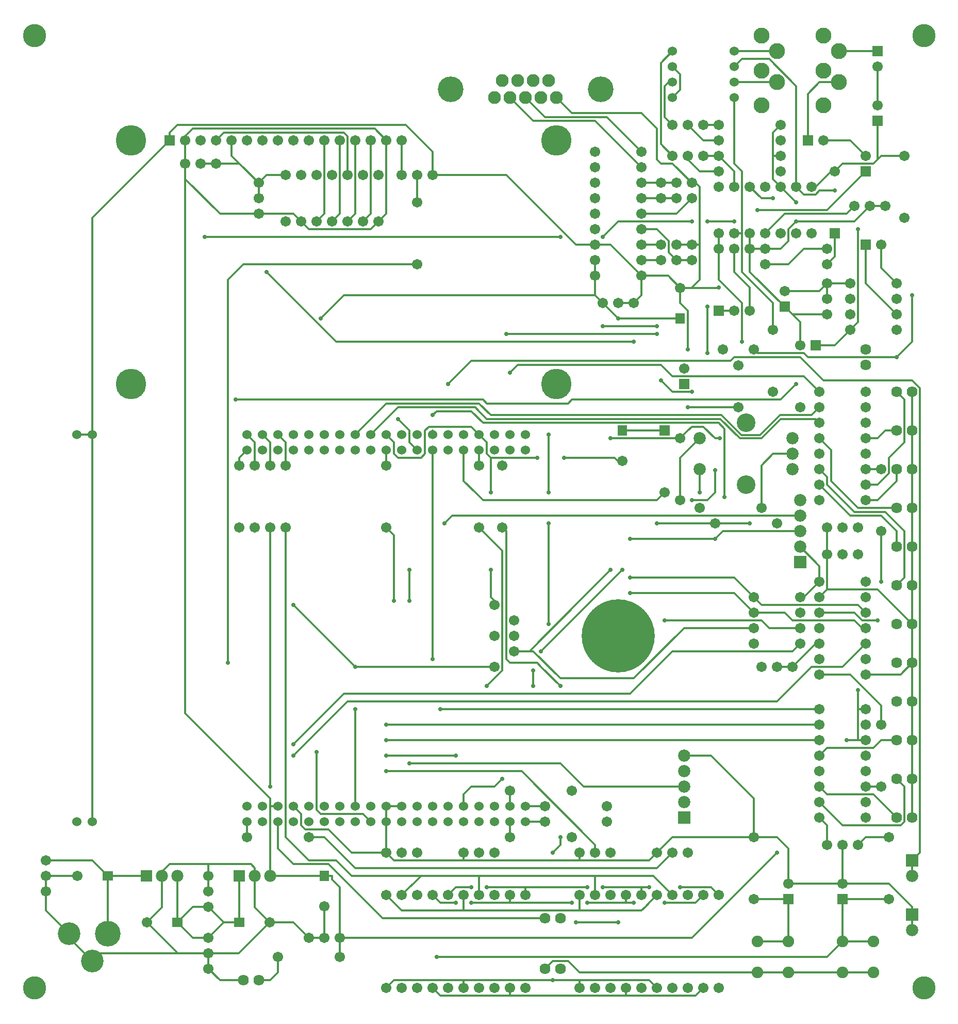
<source format=gbr>
G04 #@! TF.FileFunction,Copper,L2,Bot,Signal*
%FSLAX46Y46*%
G04 Gerber Fmt 4.6, Leading zero omitted, Abs format (unit mm)*
G04 Created by KiCad (PCBNEW 4.0.1-stable) date 05/03/17 04:52:38*
%MOMM*%
G01*
G04 APERTURE LIST*
%ADD10C,0.100000*%
%ADD11R,1.716000X1.716000*%
%ADD12C,1.716000*%
%ADD13C,5.000000*%
%ADD14C,12.000000*%
%ADD15C,2.116000*%
%ADD16C,4.216000*%
%ADD17R,1.554000X1.716000*%
%ADD18R,1.716000X1.554000*%
%ADD19R,2.016000X2.016000*%
%ADD20C,2.016000*%
%ADD21C,3.800000*%
%ADD22C,3.716000*%
%ADD23C,1.524000*%
%ADD24C,1.916000*%
%ADD25C,1.789000*%
%ADD26C,1.989000*%
%ADD27R,1.989000X1.989000*%
%ADD28C,2.616000*%
%ADD29C,3.062000*%
%ADD30C,0.700000*%
%ADD31C,0.304800*%
G04 APERTURE END LIST*
D10*
D11*
X43815000Y-41275000D03*
D12*
X46355000Y-41275000D03*
X48895000Y-41275000D03*
X51435000Y-41275000D03*
X53975000Y-41275000D03*
X56515000Y-41275000D03*
X59055000Y-41275000D03*
X61595000Y-41275000D03*
X64135000Y-41275000D03*
X66675000Y-41275000D03*
X69215000Y-41275000D03*
X71755000Y-41275000D03*
X74295000Y-41275000D03*
X76835000Y-41275000D03*
X79375000Y-41275000D03*
X81915000Y-41275000D03*
D13*
X37465000Y-41275000D03*
X37465000Y-81280000D03*
X107315000Y-81280000D03*
X107315000Y-41275000D03*
D12*
X158115000Y-100330000D03*
X158115000Y-97790000D03*
X158115000Y-95250000D03*
X158115000Y-92710000D03*
X158115000Y-90170000D03*
X158115000Y-87630000D03*
X158115000Y-85090000D03*
X158115000Y-82550000D03*
X150495000Y-82550000D03*
X150495000Y-85090000D03*
X150495000Y-87630000D03*
X150495000Y-90170000D03*
X150495000Y-92710000D03*
X150495000Y-95250000D03*
X150495000Y-97790000D03*
X150495000Y-100330000D03*
X158115000Y-152400000D03*
X158115000Y-149860000D03*
X158115000Y-147320000D03*
X158115000Y-144780000D03*
X158115000Y-142240000D03*
X158115000Y-139700000D03*
X158115000Y-137160000D03*
X158115000Y-134620000D03*
X150495000Y-134620000D03*
X150495000Y-137160000D03*
X150495000Y-139700000D03*
X150495000Y-142240000D03*
X150495000Y-144780000D03*
X150495000Y-147320000D03*
X150495000Y-149860000D03*
X150495000Y-152400000D03*
X163195000Y-72390000D03*
X163195000Y-69850000D03*
X163195000Y-67310000D03*
X163195000Y-64770000D03*
X155575000Y-64770000D03*
X155575000Y-67310000D03*
X155575000Y-69850000D03*
X155575000Y-72390000D03*
X133985000Y-56515000D03*
X136525000Y-56515000D03*
X139065000Y-56515000D03*
X141605000Y-56515000D03*
X144145000Y-56515000D03*
X146685000Y-56515000D03*
X149225000Y-56515000D03*
X149225000Y-48895000D03*
X146685000Y-48895000D03*
X144145000Y-48895000D03*
X141605000Y-48895000D03*
X139065000Y-48895000D03*
X136525000Y-48895000D03*
X133985000Y-48895000D03*
X78105000Y-46990000D03*
X75565000Y-46990000D03*
X73025000Y-46990000D03*
X70485000Y-46990000D03*
X67945000Y-46990000D03*
X65405000Y-46990000D03*
X62865000Y-46990000D03*
X62865000Y-54610000D03*
X65405000Y-54610000D03*
X67945000Y-54610000D03*
X70485000Y-54610000D03*
X73025000Y-54610000D03*
X75565000Y-54610000D03*
X78105000Y-54610000D03*
X121285000Y-63500000D03*
X121285000Y-60960000D03*
X121285000Y-58420000D03*
X121285000Y-55880000D03*
X121285000Y-53340000D03*
X121285000Y-50800000D03*
X121285000Y-48260000D03*
X121285000Y-45720000D03*
X121285000Y-43180000D03*
X113665000Y-43180000D03*
X113665000Y-45720000D03*
X113665000Y-48260000D03*
X113665000Y-50800000D03*
X113665000Y-53340000D03*
X113665000Y-55880000D03*
X113665000Y-58420000D03*
X113665000Y-60960000D03*
X113665000Y-63500000D03*
X158115000Y-128905000D03*
X158115000Y-126365000D03*
X158115000Y-123825000D03*
X158115000Y-121285000D03*
X158115000Y-118745000D03*
X158115000Y-116205000D03*
X158115000Y-113665000D03*
X150495000Y-113665000D03*
X150495000Y-116205000D03*
X150495000Y-118745000D03*
X150495000Y-121285000D03*
X150495000Y-123825000D03*
X150495000Y-126365000D03*
X150495000Y-128905000D03*
X147320000Y-123825000D03*
X147320000Y-121285000D03*
X147320000Y-118745000D03*
X147320000Y-116205000D03*
X139700000Y-116205000D03*
X139700000Y-118745000D03*
X139700000Y-121285000D03*
X139700000Y-123825000D03*
X123825000Y-180340000D03*
X126365000Y-180340000D03*
X128905000Y-180340000D03*
X131445000Y-180340000D03*
X133985000Y-180340000D03*
X133985000Y-165100000D03*
X131445000Y-165100000D03*
X128905000Y-165100000D03*
X126365000Y-165100000D03*
X123825000Y-165100000D03*
X111125000Y-180340000D03*
X113665000Y-180340000D03*
X116205000Y-180340000D03*
X118745000Y-180340000D03*
X121285000Y-180340000D03*
X121285000Y-165100000D03*
X118745000Y-165100000D03*
X116205000Y-165100000D03*
X113665000Y-165100000D03*
X111125000Y-165100000D03*
X92075000Y-180340000D03*
X94615000Y-180340000D03*
X97155000Y-180340000D03*
X99695000Y-180340000D03*
X102235000Y-180340000D03*
X102235000Y-165100000D03*
X99695000Y-165100000D03*
X97155000Y-165100000D03*
X94615000Y-165100000D03*
X92075000Y-165100000D03*
X79375000Y-180340000D03*
X81915000Y-180340000D03*
X84455000Y-180340000D03*
X86995000Y-180340000D03*
X89535000Y-180340000D03*
X89535000Y-165100000D03*
X86995000Y-165100000D03*
X84455000Y-165100000D03*
X81915000Y-165100000D03*
X79375000Y-165100000D03*
X71755000Y-175260000D03*
X61595000Y-175260000D03*
X151765000Y-59055000D03*
X141605000Y-59055000D03*
X151765000Y-61595000D03*
X141605000Y-61595000D03*
X133985000Y-43815000D03*
X144145000Y-43815000D03*
X144145000Y-46355000D03*
X133985000Y-46355000D03*
X164465000Y-53975000D03*
X164465000Y-43815000D03*
X139065000Y-69215000D03*
X139065000Y-59055000D03*
X136525000Y-69215000D03*
X136525000Y-59055000D03*
X133985000Y-38735000D03*
X144145000Y-38735000D03*
X144145000Y-41275000D03*
X133985000Y-41275000D03*
X142875000Y-72390000D03*
X142875000Y-82550000D03*
X94615000Y-104775000D03*
X94615000Y-94615000D03*
X161925000Y-165735000D03*
X161925000Y-155575000D03*
X139700000Y-165735000D03*
X139700000Y-155575000D03*
X56515000Y-155575000D03*
X66675000Y-155575000D03*
X55245000Y-94615000D03*
X55245000Y-104775000D03*
X57785000Y-94615000D03*
X57785000Y-104775000D03*
X79375000Y-94615000D03*
X79375000Y-104775000D03*
X60325000Y-94615000D03*
X60325000Y-104775000D03*
X62865000Y-94615000D03*
X62865000Y-104775000D03*
X98425000Y-94615000D03*
X98425000Y-104775000D03*
X105410000Y-153035000D03*
X115570000Y-153035000D03*
X99695000Y-155575000D03*
X109855000Y-155575000D03*
X99695000Y-147955000D03*
X109855000Y-147955000D03*
X105410000Y-150495000D03*
X115570000Y-150495000D03*
X133350000Y-104140000D03*
X143510000Y-104140000D03*
X127635000Y-100330000D03*
X127635000Y-90170000D03*
X130810000Y-101600000D03*
X140970000Y-101600000D03*
X137160000Y-85090000D03*
X147320000Y-85090000D03*
X84455000Y-61595000D03*
X84455000Y-51435000D03*
X160655000Y-105410000D03*
X160655000Y-95250000D03*
X160655000Y-137160000D03*
X160655000Y-147320000D03*
X139700000Y-75565000D03*
X137160000Y-78232000D03*
X134620000Y-75565000D03*
D14*
X117475000Y-122555000D03*
D12*
X97155000Y-122555000D03*
X97155000Y-127635000D03*
X97155000Y-117475000D03*
D15*
X102235000Y-34290000D03*
X99695000Y-34290000D03*
X97155000Y-34290000D03*
X104775000Y-34290000D03*
X107315000Y-34290000D03*
X106045000Y-31496000D03*
X103505000Y-31496000D03*
X100965000Y-31496000D03*
X98425000Y-31496000D03*
D16*
X89916000Y-32893000D03*
X114554000Y-32893000D03*
D11*
X153032460Y-56514480D03*
D12*
X153035000Y-46355000D03*
D11*
X133982460Y-69214480D03*
D12*
X133985000Y-59055000D03*
D11*
X125097540Y-88900520D03*
D12*
X125095000Y-99060000D03*
D11*
X144780000Y-68580000D03*
D12*
X144780000Y-66040000D03*
D11*
X149860000Y-74930000D03*
D12*
X147320000Y-74930000D03*
D11*
X158115000Y-58420000D03*
D12*
X160655000Y-58420000D03*
D11*
X160020000Y-26670000D03*
D12*
X160020000Y-29210000D03*
D11*
X160020000Y-38100000D03*
D12*
X160020000Y-35560000D03*
D11*
X148590000Y-41275000D03*
D12*
X151130000Y-41275000D03*
D11*
X158115000Y-46355000D03*
D12*
X158115000Y-43815000D03*
D11*
X154305000Y-165735000D03*
D12*
X154305000Y-163195000D03*
D11*
X145415000Y-165735000D03*
D12*
X145415000Y-163195000D03*
D11*
X128270000Y-81280000D03*
D12*
X128270000Y-78740000D03*
D17*
X127635000Y-70485000D03*
D12*
X127635000Y-65485000D03*
D18*
X33655000Y-161925000D03*
D12*
X28655000Y-161925000D03*
D18*
X45085000Y-169545000D03*
D12*
X40085000Y-169545000D03*
D18*
X55245000Y-169545000D03*
D12*
X60245000Y-169545000D03*
D17*
X69215000Y-161925000D03*
D12*
X69215000Y-166925000D03*
D17*
X118110000Y-88900000D03*
D12*
X118110000Y-93900000D03*
X84455000Y-46990000D03*
X86995000Y-46990000D03*
X81915000Y-46990000D03*
X81915000Y-158115000D03*
X79375000Y-158115000D03*
X84455000Y-158115000D03*
X94615000Y-158115000D03*
X92075000Y-158115000D03*
X97155000Y-158115000D03*
X113665000Y-158115000D03*
X111125000Y-158115000D03*
X116205000Y-158115000D03*
X126365000Y-158115000D03*
X123825000Y-158115000D03*
X128905000Y-158115000D03*
X128905000Y-38735000D03*
X131445000Y-38735000D03*
X126365000Y-38735000D03*
X128905000Y-43815000D03*
X131445000Y-43815000D03*
X126365000Y-43815000D03*
X100330000Y-125095000D03*
X100330000Y-122555000D03*
X100330000Y-120015000D03*
X140970000Y-127635000D03*
X143510000Y-127635000D03*
X146050000Y-127635000D03*
X114935000Y-67945000D03*
X117475000Y-67945000D03*
X120015000Y-67945000D03*
X124460000Y-58420000D03*
X127000000Y-58420000D03*
X129540000Y-58420000D03*
X129540000Y-48260000D03*
X127000000Y-48260000D03*
X124460000Y-48260000D03*
X124460000Y-60960000D03*
X127000000Y-60960000D03*
X129540000Y-60960000D03*
X23495000Y-159385000D03*
X23495000Y-161925000D03*
X23495000Y-164465000D03*
X156210000Y-52070000D03*
X158750000Y-52070000D03*
X161290000Y-52070000D03*
X50165000Y-167005000D03*
X50165000Y-164465000D03*
X50165000Y-161925000D03*
X151765000Y-69850000D03*
X151765000Y-67310000D03*
X151765000Y-64770000D03*
X50165000Y-172085000D03*
X50165000Y-174625000D03*
X50165000Y-177165000D03*
X151765000Y-156845000D03*
X154305000Y-156845000D03*
X156845000Y-156845000D03*
X151765000Y-109220000D03*
X154305000Y-109220000D03*
X156845000Y-109220000D03*
X151765000Y-104775000D03*
X154305000Y-104775000D03*
X156845000Y-104775000D03*
X46355000Y-45085000D03*
X48895000Y-45085000D03*
X51435000Y-45085000D03*
X58420000Y-53340000D03*
X58420000Y-50800000D03*
X58420000Y-48260000D03*
X71755000Y-172085000D03*
X69215000Y-172085000D03*
X66675000Y-172085000D03*
X129540000Y-50800000D03*
X127000000Y-50800000D03*
X124460000Y-50800000D03*
D19*
X165735000Y-168275000D03*
D20*
X165735000Y-170815000D03*
D19*
X165735000Y-159385000D03*
D20*
X165735000Y-161925000D03*
D19*
X147320000Y-110490000D03*
D20*
X147320000Y-107950000D03*
X147320000Y-105410000D03*
X147320000Y-102870000D03*
X147320000Y-100330000D03*
D19*
X128270000Y-152400000D03*
D20*
X128270000Y-149860000D03*
X128270000Y-147320000D03*
X128270000Y-144780000D03*
X128270000Y-142240000D03*
D21*
X21590000Y-24130000D03*
X21590000Y-180340000D03*
X167640000Y-180340000D03*
X167640000Y-24130000D03*
D16*
X33655000Y-171450000D03*
D22*
X27305000Y-171450000D03*
X31115000Y-175895000D03*
D23*
X59055000Y-153035000D03*
X61595000Y-153035000D03*
X64135000Y-153035000D03*
X66675000Y-153035000D03*
X69215000Y-153035000D03*
X71755000Y-153035000D03*
X74295000Y-153035000D03*
X76835000Y-153035000D03*
X79375000Y-153035000D03*
X81915000Y-153035000D03*
X84455000Y-153035000D03*
X86995000Y-153035000D03*
X89535000Y-153035000D03*
X92075000Y-153035000D03*
X94615000Y-153035000D03*
X97155000Y-153035000D03*
X99695000Y-153035000D03*
X102235000Y-153035000D03*
X102235000Y-150495000D03*
X99695000Y-150495000D03*
X97155000Y-150495000D03*
X94615000Y-150495000D03*
X92075000Y-150495000D03*
X89535000Y-150495000D03*
X86995000Y-150495000D03*
X84455000Y-150495000D03*
X81915000Y-150495000D03*
X79375000Y-150495000D03*
X76835000Y-150495000D03*
X74295000Y-150495000D03*
X71755000Y-150495000D03*
X69215000Y-150495000D03*
X66675000Y-150495000D03*
X64135000Y-150495000D03*
X61595000Y-150495000D03*
X59055000Y-150495000D03*
X56515000Y-150495000D03*
X56515000Y-153035000D03*
X56515000Y-92075000D03*
X56515000Y-89535000D03*
X59055000Y-89535000D03*
X61595000Y-89535000D03*
X64135000Y-89535000D03*
X66675000Y-89535000D03*
X69215000Y-89535000D03*
X71755000Y-89535000D03*
X74295000Y-89535000D03*
X76835000Y-89535000D03*
X79375000Y-89535000D03*
X81915000Y-89535000D03*
X84455000Y-89535000D03*
X86995000Y-89535000D03*
X89535000Y-89535000D03*
X92075000Y-89535000D03*
X94615000Y-89535000D03*
X97155000Y-89535000D03*
X99695000Y-89535000D03*
X102235000Y-89535000D03*
X102235000Y-92075000D03*
X99695000Y-92075000D03*
X97155000Y-92075000D03*
X94615000Y-92075000D03*
X92075000Y-92075000D03*
X89535000Y-92075000D03*
X86995000Y-92075000D03*
X84455000Y-92075000D03*
X81915000Y-92075000D03*
X79375000Y-92075000D03*
X76835000Y-92075000D03*
X74295000Y-92075000D03*
X71755000Y-92075000D03*
X69215000Y-92075000D03*
X66675000Y-92075000D03*
X64135000Y-92075000D03*
X61595000Y-92075000D03*
X59055000Y-92075000D03*
X31115000Y-153035000D03*
X28575000Y-153035000D03*
X31115000Y-89535000D03*
X28575000Y-89535000D03*
X126365000Y-26670000D03*
X126365000Y-29210000D03*
X136525000Y-29210000D03*
X136525000Y-26670000D03*
X126365000Y-31750000D03*
X126365000Y-34290000D03*
X136525000Y-34290000D03*
X136525000Y-31750000D03*
D24*
X154305000Y-177800000D03*
X154305000Y-172720000D03*
X159385000Y-172720000D03*
X159385000Y-177800000D03*
X140335000Y-177800000D03*
X140335000Y-172720000D03*
X145415000Y-172720000D03*
X145415000Y-177800000D03*
D25*
X158115000Y-78105000D03*
X158115000Y-75565000D03*
X107950000Y-177165000D03*
X105410000Y-177165000D03*
X107950000Y-168910000D03*
X105410000Y-168910000D03*
X163195000Y-152400000D03*
X165735000Y-152400000D03*
X163195000Y-146050000D03*
X165735000Y-146050000D03*
X163195000Y-139700000D03*
X165735000Y-139700000D03*
X163195000Y-133350000D03*
X165735000Y-133350000D03*
X163195000Y-127000000D03*
X165735000Y-127000000D03*
X163195000Y-120650000D03*
X165735000Y-120650000D03*
X163195000Y-114300000D03*
X165735000Y-114300000D03*
X163195000Y-107950000D03*
X165735000Y-107950000D03*
X163195000Y-101600000D03*
X165735000Y-101600000D03*
X163195000Y-95250000D03*
X165735000Y-95250000D03*
X163195000Y-88900000D03*
X165735000Y-88900000D03*
X163195000Y-82550000D03*
X165735000Y-82550000D03*
X55880000Y-179070000D03*
X58420000Y-179070000D03*
D26*
X42545000Y-161925000D03*
D27*
X40005000Y-161925000D03*
D26*
X45085000Y-161925000D03*
X57785000Y-161925000D03*
D27*
X55245000Y-161925000D03*
D26*
X60325000Y-161925000D03*
D28*
X151130000Y-29845000D03*
X151130000Y-24130000D03*
X151130000Y-35560000D03*
X153670000Y-26670000D03*
X153670000Y-31750000D03*
X140970000Y-29845000D03*
X140970000Y-24130000D03*
X140970000Y-35560000D03*
X143510000Y-26670000D03*
X143510000Y-31750000D03*
D20*
X130810000Y-90170000D03*
X130810000Y-95250000D03*
X146050000Y-90170000D03*
X146050000Y-92710000D03*
X146050000Y-95250000D03*
D29*
X138430000Y-87630000D03*
X138430000Y-97790000D03*
D30*
X68580000Y-70485000D03*
X123825000Y-104140000D03*
X139065000Y-104140000D03*
X129540000Y-82550000D03*
X124460000Y-80645000D03*
X117475000Y-70485000D03*
X74295000Y-127635000D03*
X64135000Y-117475000D03*
X116205000Y-111760000D03*
X74295000Y-134620000D03*
X96520000Y-111760000D03*
X108585000Y-93345000D03*
X104140000Y-93345000D03*
X128905000Y-75565000D03*
X133985000Y-65405000D03*
X96520000Y-99060000D03*
X146685000Y-54610000D03*
X146685000Y-51435000D03*
X154940000Y-139700000D03*
X156845000Y-131445000D03*
X130810000Y-99060000D03*
X134874000Y-99822000D03*
X86995000Y-86360000D03*
X87630000Y-175260000D03*
X140335000Y-52705000D03*
X137795000Y-74295000D03*
X146685000Y-81280000D03*
X54610000Y-83820000D03*
X49530000Y-57150000D03*
X129540000Y-54610000D03*
X107950000Y-57150000D03*
X114935000Y-57150000D03*
X136525000Y-54610000D03*
X132080000Y-54610000D03*
X156845000Y-55880000D03*
X165735000Y-66675000D03*
X163195000Y-76835000D03*
X143510000Y-158115000D03*
X128905000Y-85090000D03*
X89535000Y-81280000D03*
X133350000Y-106680000D03*
X119380000Y-106680000D03*
X83185000Y-116840000D03*
X83185000Y-111760000D03*
X83185000Y-143510000D03*
X88900000Y-104140000D03*
X59690000Y-62865000D03*
X120015000Y-74295000D03*
X95885000Y-130810000D03*
X153035000Y-49530000D03*
X80645000Y-116840000D03*
X79375000Y-142240000D03*
X90805000Y-142240000D03*
X79375000Y-144780000D03*
X160020000Y-120015000D03*
X160655000Y-113665000D03*
X67945000Y-141605000D03*
X53340000Y-127000000D03*
X134112000Y-90170000D03*
X116205000Y-90170000D03*
X125095000Y-166370000D03*
X120015000Y-166370000D03*
X112395000Y-166370000D03*
X109855000Y-166370000D03*
X93345000Y-166370000D03*
X90805000Y-166370000D03*
X127635000Y-163830000D03*
X122555000Y-163830000D03*
X114935000Y-163830000D03*
X112395000Y-163830000D03*
X95885000Y-163830000D03*
X93345000Y-163830000D03*
X110490000Y-169545000D03*
X117475000Y-169545000D03*
X107950000Y-130810000D03*
X106680000Y-179070000D03*
X107950000Y-155575000D03*
X106680000Y-158115000D03*
X60325000Y-147320000D03*
X106045000Y-89535000D03*
X106045000Y-99060000D03*
X98425000Y-146050000D03*
X103505000Y-128270000D03*
X103505000Y-130810000D03*
X106045000Y-120650000D03*
X106045000Y-104140000D03*
X123825000Y-71755000D03*
X114935000Y-71755000D03*
X99060000Y-73025000D03*
X123825000Y-73025000D03*
X64135000Y-140335000D03*
X125095000Y-120015000D03*
X119380000Y-113030000D03*
X119380000Y-115570000D03*
X64135000Y-142240000D03*
X81280000Y-86995000D03*
X104775000Y-125095000D03*
X133350000Y-95380198D03*
X129540000Y-100330000D03*
X118110000Y-111760000D03*
X132080000Y-68580000D03*
X132080000Y-76200000D03*
X142875000Y-50800000D03*
X86995000Y-126365000D03*
X88265000Y-134620000D03*
X79375000Y-137160000D03*
X79375000Y-139700000D03*
X99695000Y-79375000D03*
D31*
X72390000Y-66675000D02*
X113665000Y-66675000D01*
X68580000Y-70485000D02*
X72390000Y-66675000D01*
X133350000Y-104140000D02*
X123825000Y-104140000D01*
X139065000Y-104140000D02*
X133350000Y-104140000D01*
X126365000Y-82550000D02*
X129540000Y-82550000D01*
X126365000Y-82550000D02*
X124460000Y-80645000D01*
X77470000Y-127635000D02*
X74295000Y-127635000D01*
X74295000Y-127635000D02*
X64135000Y-117475000D01*
X111125000Y-116840000D02*
X102870000Y-125095000D01*
X116205000Y-111760000D02*
X111125000Y-116840000D01*
X84455000Y-127635000D02*
X97155000Y-127635000D01*
X114300000Y-129540000D02*
X107950000Y-129540000D01*
X107950000Y-129540000D02*
X103505000Y-125095000D01*
X139700000Y-121285000D02*
X128270000Y-121285000D01*
X128270000Y-121285000D02*
X120015000Y-129540000D01*
X102870000Y-125095000D02*
X103505000Y-125095000D01*
X114300000Y-129540000D02*
X120015000Y-129540000D01*
X100330000Y-125095000D02*
X102870000Y-125095000D01*
X77470000Y-127635000D02*
X84455000Y-127635000D01*
X74295000Y-150495000D02*
X74295000Y-134620000D01*
X105410000Y-168910000D02*
X78740000Y-168910000D01*
X61595000Y-157480000D02*
X61595000Y-153035000D01*
X64135000Y-160020000D02*
X61595000Y-157480000D01*
X69850000Y-160020000D02*
X64135000Y-160020000D01*
X78740000Y-168910000D02*
X69850000Y-160020000D01*
X105410000Y-177165000D02*
X106680000Y-175895000D01*
X109220000Y-175895000D02*
X111125000Y-177800000D01*
X106680000Y-175895000D02*
X109220000Y-175895000D01*
X111125000Y-177800000D02*
X140335000Y-177800000D01*
X127635000Y-100330000D02*
X127635000Y-93345000D01*
X127635000Y-93345000D02*
X130810000Y-90170000D01*
X140335000Y-177800000D02*
X145415000Y-177800000D01*
X145415000Y-177800000D02*
X154305000Y-177800000D01*
X154305000Y-177800000D02*
X159385000Y-177800000D01*
X114935000Y-67945000D02*
X117475000Y-70485000D01*
X117475000Y-70485000D02*
X127635000Y-70485000D01*
X113665000Y-60960000D02*
X113665000Y-63500000D01*
X113665000Y-63500000D02*
X113665000Y-66675000D01*
X113665000Y-66675000D02*
X114935000Y-67945000D01*
X140970000Y-101600000D02*
X140970000Y-99060000D01*
X140970000Y-94615000D02*
X142875000Y-92710000D01*
X142875000Y-92710000D02*
X146050000Y-92710000D01*
X140970000Y-99060000D02*
X140970000Y-94615000D01*
X31115000Y-89535000D02*
X31115000Y-53975000D01*
X31115000Y-53975000D02*
X43815000Y-41275000D01*
X43815000Y-41275000D02*
X43815000Y-40005000D01*
X43815000Y-40005000D02*
X45085000Y-38735000D01*
X45085000Y-38735000D02*
X82550000Y-38735000D01*
X82550000Y-38735000D02*
X86995000Y-43180000D01*
X86995000Y-43180000D02*
X86995000Y-46990000D01*
X86995000Y-46990000D02*
X99060000Y-46990000D01*
X110490000Y-58420000D02*
X113665000Y-58420000D01*
X99060000Y-46990000D02*
X110490000Y-58420000D01*
X53975000Y-41275000D02*
X53975000Y-43815000D01*
X53975000Y-43815000D02*
X55245000Y-45085000D01*
X48895000Y-45085000D02*
X51435000Y-45085000D01*
X58420000Y-50800000D02*
X58420000Y-48260000D01*
X58420000Y-48260000D02*
X55245000Y-45085000D01*
X55245000Y-45085000D02*
X51435000Y-45085000D01*
X62865000Y-46990000D02*
X59690000Y-46990000D01*
X59690000Y-46990000D02*
X58420000Y-48260000D01*
X161290000Y-163195000D02*
X161925000Y-163195000D01*
X161925000Y-163195000D02*
X165735000Y-167005000D01*
X130730000Y-65485000D02*
X133905000Y-65485000D01*
X133905000Y-65485000D02*
X133985000Y-65405000D01*
X107315000Y-34290000D02*
X109855000Y-36830000D01*
X109855000Y-36830000D02*
X113665000Y-36830000D01*
X103505000Y-93345000D02*
X104140000Y-93345000D01*
X128905000Y-69215000D02*
X128905000Y-75565000D01*
X129540000Y-65485000D02*
X130730000Y-65485000D01*
X129540000Y-65485000D02*
X129460000Y-65485000D01*
X127635000Y-65485000D02*
X129460000Y-65485000D01*
X129460000Y-65485000D02*
X130810000Y-64135000D01*
X128905000Y-69215000D02*
X127635000Y-67945000D01*
X127635000Y-67945000D02*
X127635000Y-65485000D01*
X96520000Y-98425000D02*
X96520000Y-99060000D01*
X96520000Y-93345000D02*
X96520000Y-98425000D01*
X96520000Y-116205000D02*
X97155000Y-116840000D01*
X96520000Y-111760000D02*
X96520000Y-116205000D01*
X97155000Y-116840000D02*
X97155000Y-117475000D01*
X95885000Y-92710000D02*
X96520000Y-93345000D01*
X94615000Y-89535000D02*
X95885000Y-90805000D01*
X116840000Y-93345000D02*
X117395000Y-93900000D01*
X108585000Y-93345000D02*
X116840000Y-93345000D01*
X96520000Y-93345000D02*
X103505000Y-93345000D01*
X95885000Y-90805000D02*
X95885000Y-92710000D01*
X117395000Y-93900000D02*
X118110000Y-93900000D01*
X94615000Y-89535000D02*
X93345000Y-88265000D01*
X85725000Y-88900000D02*
X85725000Y-91440000D01*
X86360000Y-88265000D02*
X85725000Y-88900000D01*
X93345000Y-88265000D02*
X86360000Y-88265000D01*
X79375000Y-89535000D02*
X80645000Y-90805000D01*
X85725000Y-92710000D02*
X85725000Y-91440000D01*
X85090000Y-93345000D02*
X85725000Y-92710000D01*
X81280000Y-93345000D02*
X85090000Y-93345000D01*
X80645000Y-92710000D02*
X81280000Y-93345000D01*
X80645000Y-90805000D02*
X80645000Y-92710000D01*
X129540000Y-58420000D02*
X130810000Y-58420000D01*
X130810000Y-57150000D02*
X130810000Y-58420000D01*
X130810000Y-58420000D02*
X130810000Y-64135000D01*
X123825000Y-158115000D02*
X126365000Y-155575000D01*
X126365000Y-155575000D02*
X139700000Y-155575000D01*
X158750000Y-52070000D02*
X161290000Y-52070000D01*
X146685000Y-54610000D02*
X156210000Y-54610000D01*
X156210000Y-54610000D02*
X158750000Y-52070000D01*
X144145000Y-48895000D02*
X146685000Y-51435000D01*
X146685000Y-54610000D02*
X145415000Y-55880000D01*
X144145000Y-59055000D02*
X141605000Y-59055000D01*
X145415000Y-55880000D02*
X145415000Y-57785000D01*
X145415000Y-57785000D02*
X144145000Y-59055000D01*
X31115000Y-89535000D02*
X31115000Y-153035000D01*
X128270000Y-142240000D02*
X132715000Y-142240000D01*
X132715000Y-142240000D02*
X139700000Y-149225000D01*
X139700000Y-149225000D02*
X139700000Y-155575000D01*
X143510000Y-127635000D02*
X146050000Y-127635000D01*
X146050000Y-127635000D02*
X149860000Y-123825000D01*
X149860000Y-123825000D02*
X150495000Y-123825000D01*
X79375000Y-158115000D02*
X73660000Y-158115000D01*
X65405000Y-151765000D02*
X64135000Y-150495000D01*
X65405000Y-153670000D02*
X65405000Y-151765000D01*
X66040000Y-154305000D02*
X65405000Y-153670000D01*
X69850000Y-154305000D02*
X66040000Y-154305000D01*
X73660000Y-158115000D02*
X69850000Y-154305000D01*
X154305000Y-163195000D02*
X154305000Y-162560000D01*
X154305000Y-162560000D02*
X154305000Y-161290000D01*
X165735000Y-170815000D02*
X165735000Y-168275000D01*
X165735000Y-168275000D02*
X165735000Y-167005000D01*
X161290000Y-163195000D02*
X154305000Y-163195000D01*
X147320000Y-107950000D02*
X150495000Y-111125000D01*
X150495000Y-111125000D02*
X150495000Y-113665000D01*
X50165000Y-177165000D02*
X52070000Y-179070000D01*
X52070000Y-179070000D02*
X55880000Y-179070000D01*
X147320000Y-116205000D02*
X147955000Y-116205000D01*
X147955000Y-116205000D02*
X150495000Y-113665000D01*
X79375000Y-158115000D02*
X79375000Y-153035000D01*
X111125000Y-158115000D02*
X111125000Y-159385000D01*
X92075000Y-158115000D02*
X92075000Y-159385000D01*
X123825000Y-158115000D02*
X122555000Y-159385000D01*
X80645000Y-159385000D02*
X79375000Y-158115000D01*
X122555000Y-159385000D02*
X111125000Y-159385000D01*
X111125000Y-159385000D02*
X92075000Y-159385000D01*
X92075000Y-159385000D02*
X80645000Y-159385000D01*
X139700000Y-155575000D02*
X143510000Y-155575000D01*
X143510000Y-155575000D02*
X145415000Y-157480000D01*
X145415000Y-157480000D02*
X145415000Y-163195000D01*
X154305000Y-163195000D02*
X145415000Y-163195000D01*
X154305000Y-156845000D02*
X154305000Y-161290000D01*
X154305000Y-161290000D02*
X154305000Y-163195000D01*
X161925000Y-155575000D02*
X158115000Y-155575000D01*
X158115000Y-155575000D02*
X156845000Y-156845000D01*
X31115000Y-89535000D02*
X28575000Y-89535000D01*
X69215000Y-166925000D02*
X69215000Y-172085000D01*
X69215000Y-172085000D02*
X66675000Y-172085000D01*
X66675000Y-172085000D02*
X64135000Y-169545000D01*
X64135000Y-169545000D02*
X60245000Y-169545000D01*
X34925000Y-174625000D02*
X32385000Y-174625000D01*
X32385000Y-174625000D02*
X31115000Y-175895000D01*
X45165000Y-174625000D02*
X35005000Y-174625000D01*
X35005000Y-174625000D02*
X34925000Y-174625000D01*
X57785000Y-161925000D02*
X57785000Y-167085000D01*
X57785000Y-167085000D02*
X60245000Y-169545000D01*
X57785000Y-161925000D02*
X57785000Y-160655000D01*
X57150000Y-160020000D02*
X50165000Y-160020000D01*
X57785000Y-160655000D02*
X57150000Y-160020000D01*
X50165000Y-161925000D02*
X50165000Y-160020000D01*
X43815000Y-160020000D02*
X42545000Y-161290000D01*
X50165000Y-160020000D02*
X43815000Y-160020000D01*
X42545000Y-161290000D02*
X42545000Y-161925000D01*
X50165000Y-174625000D02*
X55165000Y-174625000D01*
X55165000Y-174625000D02*
X60245000Y-169545000D01*
X50165000Y-174625000D02*
X45165000Y-174625000D01*
X45165000Y-174625000D02*
X40085000Y-169545000D01*
X50165000Y-174625000D02*
X50165000Y-177165000D01*
X50165000Y-164465000D02*
X50165000Y-161925000D01*
X42545000Y-161925000D02*
X42545000Y-167085000D01*
X42545000Y-167085000D02*
X40085000Y-169545000D01*
X23495000Y-164465000D02*
X23495000Y-167640000D01*
X23495000Y-167640000D02*
X27305000Y-171450000D01*
X27305000Y-171450000D02*
X27305000Y-172085000D01*
X27305000Y-172085000D02*
X31115000Y-175895000D01*
X23495000Y-164465000D02*
X23495000Y-161925000D01*
X23495000Y-161925000D02*
X28655000Y-161925000D01*
X121285000Y-63500000D02*
X125650000Y-63500000D01*
X125650000Y-63500000D02*
X127635000Y-65485000D01*
X125730000Y-45085000D02*
X124460000Y-45085000D01*
X123825000Y-44450000D02*
X123825000Y-42545000D01*
X124460000Y-45085000D02*
X123825000Y-44450000D01*
X113665000Y-36830000D02*
X121285000Y-36830000D01*
X121285000Y-36830000D02*
X123825000Y-39370000D01*
X123825000Y-39370000D02*
X123825000Y-42545000D01*
X126365000Y-45085000D02*
X129540000Y-48260000D01*
X125730000Y-45085000D02*
X126365000Y-45085000D01*
X113665000Y-58420000D02*
X116205000Y-58420000D01*
X116205000Y-58420000D02*
X121285000Y-63500000D01*
X117475000Y-67945000D02*
X120015000Y-67945000D01*
X119935000Y-68025000D02*
X120015000Y-67945000D01*
X121285000Y-63500000D02*
X121285000Y-66675000D01*
X121285000Y-66675000D02*
X120015000Y-67945000D01*
X129540000Y-48260000D02*
X130175000Y-48260000D01*
X130175000Y-48260000D02*
X130810000Y-48895000D01*
X130810000Y-48895000D02*
X130810000Y-57150000D01*
X127000000Y-58420000D02*
X129540000Y-58420000D01*
X139065000Y-59055000D02*
X139065000Y-62865000D01*
X139065000Y-62865000D02*
X144780000Y-68580000D01*
X156845000Y-138430000D02*
X156845000Y-139700000D01*
X154940000Y-139700000D02*
X156845000Y-139700000D01*
X156845000Y-139700000D02*
X158115000Y-139700000D01*
X156845000Y-134620000D02*
X156845000Y-131445000D01*
X158115000Y-134620000D02*
X156845000Y-134620000D01*
X156845000Y-138430000D02*
X156845000Y-134620000D01*
X147320000Y-74930000D02*
X147320000Y-71120000D01*
X147320000Y-71120000D02*
X146050000Y-69850000D01*
X151765000Y-69850000D02*
X146050000Y-69850000D01*
X146050000Y-69850000D02*
X144780000Y-68580000D01*
X139065000Y-56515000D02*
X139065000Y-59055000D01*
X139065000Y-59055000D02*
X141605000Y-59055000D01*
X144145000Y-43815000D02*
X142875000Y-43815000D01*
X144145000Y-48895000D02*
X142875000Y-47625000D01*
X142875000Y-47625000D02*
X142875000Y-43815000D01*
X142875000Y-40005000D02*
X144145000Y-38735000D01*
X142875000Y-43815000D02*
X142875000Y-40005000D01*
X79375000Y-153035000D02*
X79375000Y-150495000D01*
X79375000Y-150495000D02*
X81915000Y-150495000D01*
X121285000Y-58420000D02*
X124460000Y-58420000D01*
X127000000Y-48260000D02*
X124460000Y-48260000D01*
X124460000Y-48260000D02*
X121285000Y-48260000D01*
X121285000Y-60960000D02*
X124460000Y-60960000D01*
X127000000Y-60960000D02*
X125730000Y-59690000D01*
X123825000Y-55880000D02*
X121285000Y-55880000D01*
X125730000Y-57785000D02*
X123825000Y-55880000D01*
X125730000Y-59690000D02*
X125730000Y-57785000D01*
X127000000Y-60960000D02*
X129540000Y-60960000D01*
X129540000Y-50800000D02*
X127000000Y-53340000D01*
X127000000Y-53340000D02*
X121285000Y-53340000D01*
X121285000Y-50800000D02*
X124460000Y-50800000D01*
X124460000Y-50800000D02*
X127000000Y-50800000D01*
X130810000Y-95250000D02*
X130810000Y-99060000D01*
X134937500Y-88582500D02*
X134937500Y-99758500D01*
X134937500Y-99758500D02*
X134874000Y-99822000D01*
X133985000Y-87630000D02*
X134937500Y-88582500D01*
X95250000Y-87630000D02*
X93345000Y-85725000D01*
X87630000Y-85725000D02*
X86995000Y-86360000D01*
X88265000Y-85725000D02*
X87630000Y-85725000D01*
X88900000Y-85725000D02*
X88265000Y-85725000D01*
X93345000Y-85725000D02*
X88900000Y-85725000D01*
X95250000Y-87630000D02*
X133985000Y-87630000D01*
X86995000Y-89535000D02*
X86995000Y-88900000D01*
X145415000Y-172720000D02*
X140335000Y-172720000D01*
X145415000Y-165735000D02*
X145415000Y-172720000D01*
X139700000Y-165735000D02*
X145415000Y-165735000D01*
X102235000Y-175260000D02*
X111125000Y-175260000D01*
X154305000Y-172720000D02*
X151765000Y-175260000D01*
X151765000Y-175260000D02*
X111125000Y-175260000D01*
X102235000Y-175260000D02*
X87630000Y-175260000D01*
X154305000Y-172720000D02*
X154305000Y-165735000D01*
X159385000Y-172720000D02*
X154305000Y-172720000D01*
X161925000Y-165735000D02*
X154305000Y-165735000D01*
X141605000Y-52705000D02*
X140335000Y-52705000D01*
X143510000Y-52705000D02*
X141605000Y-52705000D01*
X158115000Y-46355000D02*
X154305000Y-50165000D01*
X154305000Y-50165000D02*
X152400000Y-52070000D01*
X151765000Y-52705000D02*
X152400000Y-52070000D01*
X151765000Y-52705000D02*
X143510000Y-52705000D01*
X133985000Y-59055000D02*
X133985000Y-64135000D01*
X137795000Y-67945000D02*
X137795000Y-74295000D01*
X133985000Y-64135000D02*
X137795000Y-67945000D01*
X133985000Y-56515000D02*
X133985000Y-59055000D01*
X151130000Y-41275000D02*
X155575000Y-41275000D01*
X155575000Y-41275000D02*
X158115000Y-43815000D01*
X148590000Y-41275000D02*
X148590000Y-33655000D01*
X150495000Y-31750000D02*
X153670000Y-31750000D01*
X148590000Y-33655000D02*
X150495000Y-31750000D01*
X164465000Y-43815000D02*
X160655000Y-43815000D01*
X160655000Y-43815000D02*
X160020000Y-44450000D01*
X160020000Y-38100000D02*
X160020000Y-44450000D01*
X154305000Y-45085000D02*
X153035000Y-46355000D01*
X159385000Y-45085000D02*
X154305000Y-45085000D01*
X160020000Y-44450000D02*
X159385000Y-45085000D01*
X153035000Y-46355000D02*
X152400000Y-46355000D01*
X152400000Y-46355000D02*
X149860000Y-48895000D01*
X149860000Y-48895000D02*
X149225000Y-48895000D01*
X160020000Y-29210000D02*
X160020000Y-35560000D01*
X153670000Y-26670000D02*
X160020000Y-26670000D01*
X40005000Y-161925000D02*
X33655000Y-161925000D01*
X23495000Y-159385000D02*
X31115000Y-159385000D01*
X31115000Y-159385000D02*
X33655000Y-161925000D01*
X33655000Y-161925000D02*
X33655000Y-171450000D01*
X134620000Y-83820000D02*
X144145000Y-83820000D01*
X144145000Y-83820000D02*
X146685000Y-81280000D01*
X93345000Y-83820000D02*
X54610000Y-83820000D01*
X134620000Y-83820000D02*
X109855000Y-83820000D01*
X109855000Y-83820000D02*
X109220000Y-84455000D01*
X109220000Y-84455000D02*
X95885000Y-84455000D01*
X95885000Y-84455000D02*
X95250000Y-83820000D01*
X95250000Y-83820000D02*
X93345000Y-83820000D01*
X50800000Y-57150000D02*
X49530000Y-57150000D01*
X50800000Y-57150000D02*
X107950000Y-57150000D01*
X114935000Y-57150000D02*
X117475000Y-54610000D01*
X117475000Y-54610000D02*
X129540000Y-54610000D01*
X132080000Y-54610000D02*
X136525000Y-54610000D01*
X155575000Y-72390000D02*
X156845000Y-71120000D01*
X156845000Y-71120000D02*
X156845000Y-55880000D01*
X144145000Y-53975000D02*
X144780000Y-53340000D01*
X143510000Y-54610000D02*
X141605000Y-56515000D01*
X144145000Y-53975000D02*
X143510000Y-54610000D01*
X156210000Y-52070000D02*
X154940000Y-53340000D01*
X144780000Y-53340000D02*
X154940000Y-53340000D01*
X55245000Y-169545000D02*
X55245000Y-161925000D01*
X50165000Y-172085000D02*
X47625000Y-172085000D01*
X47625000Y-172085000D02*
X45085000Y-169545000D01*
X50165000Y-167005000D02*
X47625000Y-167005000D01*
X47625000Y-167005000D02*
X45085000Y-169545000D01*
X52705000Y-169545000D02*
X50165000Y-172085000D01*
X55245000Y-169545000D02*
X52705000Y-169545000D01*
X52705000Y-169545000D02*
X50165000Y-167005000D01*
X45085000Y-161925000D02*
X45085000Y-169545000D01*
X149860000Y-74930000D02*
X153035000Y-74930000D01*
X153035000Y-74930000D02*
X155575000Y-72390000D01*
X158115000Y-58420000D02*
X158115000Y-64770000D01*
X158115000Y-64770000D02*
X163195000Y-69850000D01*
X160655000Y-58420000D02*
X160655000Y-62230000D01*
X160655000Y-62230000D02*
X163195000Y-64770000D01*
X150495000Y-66040000D02*
X151765000Y-64770000D01*
X155575000Y-64770000D02*
X151765000Y-64770000D01*
X144780000Y-66040000D02*
X150495000Y-66040000D01*
X151765000Y-64770000D02*
X151765000Y-67310000D01*
X165735000Y-74295000D02*
X164465000Y-75565000D01*
X165735000Y-66675000D02*
X165735000Y-74295000D01*
X163195000Y-76835000D02*
X164465000Y-75565000D01*
X160020000Y-76835000D02*
X163195000Y-76835000D01*
X60325000Y-150495000D02*
X60325000Y-149225000D01*
X46355000Y-135255000D02*
X46355000Y-47625000D01*
X60325000Y-149225000D02*
X46355000Y-135255000D01*
X46355000Y-45085000D02*
X46355000Y-47625000D01*
X52070000Y-53340000D02*
X58420000Y-53340000D01*
X46355000Y-47625000D02*
X52070000Y-53340000D01*
X46355000Y-41275000D02*
X46355000Y-40640000D01*
X46355000Y-40640000D02*
X47625000Y-39370000D01*
X47625000Y-39370000D02*
X77470000Y-39370000D01*
X77470000Y-39370000D02*
X79375000Y-41275000D01*
X58420000Y-53340000D02*
X64135000Y-53340000D01*
X64135000Y-53340000D02*
X65405000Y-54610000D01*
X46355000Y-41275000D02*
X46355000Y-45085000D01*
X65405000Y-54610000D02*
X66675000Y-55880000D01*
X76835000Y-55880000D02*
X78105000Y-54610000D01*
X66675000Y-55880000D02*
X76835000Y-55880000D01*
X79375000Y-41275000D02*
X79375000Y-53340000D01*
X79375000Y-53340000D02*
X78105000Y-54610000D01*
X60325000Y-150495000D02*
X61595000Y-150495000D01*
X60325000Y-151765000D02*
X60325000Y-150495000D01*
X158115000Y-128905000D02*
X163830000Y-128905000D01*
X163830000Y-128905000D02*
X165735000Y-127000000D01*
X111760000Y-172085000D02*
X129540000Y-172085000D01*
X129540000Y-172085000D02*
X143510000Y-158115000D01*
X71755000Y-172085000D02*
X111760000Y-172085000D01*
X147955000Y-76200000D02*
X148590000Y-76835000D01*
X148590000Y-76835000D02*
X157480000Y-76835000D01*
X159385000Y-76835000D02*
X160020000Y-76835000D01*
X140335000Y-76200000D02*
X139700000Y-75565000D01*
X145415000Y-76200000D02*
X147955000Y-76200000D01*
X157480000Y-76835000D02*
X159385000Y-76835000D01*
X145415000Y-76200000D02*
X140335000Y-76200000D01*
X151765000Y-114935000D02*
X160020000Y-114935000D01*
X160020000Y-114935000D02*
X165735000Y-120650000D01*
X151765000Y-104775000D02*
X151765000Y-109220000D01*
X71755000Y-175260000D02*
X71755000Y-172085000D01*
X60325000Y-151765000D02*
X60325000Y-161925000D01*
X60325000Y-161925000D02*
X69215000Y-161925000D01*
X69215000Y-161925000D02*
X70485000Y-161925000D01*
X70485000Y-161925000D02*
X70485000Y-162560000D01*
X70485000Y-162560000D02*
X71755000Y-163830000D01*
X71755000Y-163830000D02*
X71755000Y-172085000D01*
X151765000Y-156845000D02*
X151765000Y-153670000D01*
X151765000Y-153670000D02*
X150495000Y-152400000D01*
X151765000Y-109220000D02*
X151765000Y-114935000D01*
X151765000Y-114935000D02*
X150495000Y-116205000D01*
X165735000Y-82550000D02*
X165735000Y-88900000D01*
X165735000Y-88900000D02*
X165735000Y-95250000D01*
X165735000Y-95250000D02*
X165735000Y-101600000D01*
X165735000Y-101600000D02*
X165735000Y-107950000D01*
X165735000Y-107950000D02*
X165735000Y-114300000D01*
X165735000Y-114300000D02*
X165735000Y-120650000D01*
X165735000Y-120650000D02*
X165735000Y-127000000D01*
X165735000Y-127000000D02*
X165735000Y-133350000D01*
X165735000Y-133350000D02*
X165735000Y-139700000D01*
X165735000Y-139700000D02*
X165735000Y-146050000D01*
X165735000Y-146050000D02*
X165735000Y-152400000D01*
X126365000Y-29210000D02*
X127635000Y-30480000D01*
X127635000Y-30480000D02*
X127635000Y-33020000D01*
X127635000Y-33020000D02*
X126365000Y-34290000D01*
X137795000Y-85090000D02*
X128905000Y-85090000D01*
X118110000Y-88900000D02*
X125097020Y-88900000D01*
X125097020Y-88900000D02*
X125097540Y-88900520D01*
X125095000Y-99060000D02*
X123825000Y-100330000D01*
X95250000Y-100330000D02*
X93980000Y-99060000D01*
X123825000Y-100330000D02*
X95250000Y-100330000D01*
X92075000Y-97155000D02*
X92075000Y-92075000D01*
X93980000Y-99060000D02*
X92075000Y-97155000D01*
X136525000Y-69215000D02*
X133982980Y-69215000D01*
X133982980Y-69215000D02*
X133982460Y-69214480D01*
X151765000Y-61595000D02*
X153035000Y-60325000D01*
X153035000Y-60325000D02*
X153035000Y-56517020D01*
X153035000Y-56517020D02*
X153032460Y-56514480D01*
X121285000Y-43180000D02*
X115570000Y-37465000D01*
X105410000Y-37465000D02*
X102235000Y-34290000D01*
X115570000Y-37465000D02*
X105410000Y-37465000D01*
X121285000Y-45720000D02*
X113665000Y-38100000D01*
X103505000Y-38100000D02*
X99695000Y-34290000D01*
X113665000Y-38100000D02*
X103505000Y-38100000D01*
X160655000Y-80645000D02*
X165735000Y-80645000D01*
X167005000Y-153670000D02*
X167005000Y-158115000D01*
X167005000Y-153670000D02*
X167005000Y-81915000D01*
X165735000Y-80645000D02*
X167005000Y-81915000D01*
X167005000Y-158115000D02*
X165735000Y-159385000D01*
X93345000Y-77470000D02*
X135890000Y-77470000D01*
X135890000Y-77470000D02*
X136525000Y-76835000D01*
X151130000Y-80645000D02*
X160655000Y-80645000D01*
X148590000Y-78105000D02*
X147320000Y-76835000D01*
X147320000Y-76835000D02*
X140970000Y-76835000D01*
X151130000Y-80645000D02*
X148590000Y-78105000D01*
X136525000Y-76835000D02*
X140970000Y-76835000D01*
X93345000Y-77470000D02*
X89535000Y-81280000D01*
X165735000Y-161925000D02*
X165735000Y-159385000D01*
X129540000Y-106680000D02*
X133350000Y-106680000D01*
X134620000Y-105410000D02*
X138430000Y-105410000D01*
X133350000Y-106680000D02*
X134620000Y-105410000D01*
X119380000Y-106680000D02*
X129540000Y-106680000D01*
X138430000Y-105410000D02*
X147320000Y-105410000D01*
X83185000Y-116840000D02*
X83185000Y-111760000D01*
X128270000Y-147320000D02*
X111760000Y-147320000D01*
X107950000Y-143510000D02*
X83185000Y-143510000D01*
X111760000Y-147320000D02*
X107950000Y-143510000D01*
X147320000Y-102870000D02*
X90170000Y-102870000D01*
X90170000Y-102870000D02*
X88900000Y-104140000D01*
X143510000Y-26670000D02*
X136525000Y-26670000D01*
X136525000Y-31750000D02*
X143510000Y-31750000D01*
X59690000Y-62865000D02*
X71120000Y-74295000D01*
X95885000Y-74295000D02*
X71120000Y-74295000D01*
X120015000Y-74295000D02*
X95885000Y-74295000D01*
X51435000Y-41275000D02*
X52705000Y-40005000D01*
X73025000Y-40640000D02*
X73025000Y-46990000D01*
X72390000Y-40005000D02*
X73025000Y-40640000D01*
X52705000Y-40005000D02*
X72390000Y-40005000D01*
X69215000Y-41275000D02*
X69215000Y-53340000D01*
X69215000Y-53340000D02*
X67945000Y-54610000D01*
X71755000Y-41275000D02*
X71755000Y-53340000D01*
X71755000Y-53340000D02*
X70485000Y-54610000D01*
X74295000Y-41275000D02*
X74295000Y-53340000D01*
X74295000Y-53340000D02*
X73025000Y-54610000D01*
X76835000Y-41275000D02*
X76835000Y-53340000D01*
X76835000Y-53340000D02*
X75565000Y-54610000D01*
X81915000Y-41275000D02*
X81915000Y-46990000D01*
X98425000Y-110490000D02*
X98425000Y-108585000D01*
X95885000Y-130810000D02*
X98425000Y-128270000D01*
X98425000Y-128270000D02*
X98425000Y-110490000D01*
X98425000Y-108585000D02*
X94615000Y-104775000D01*
X163195000Y-152400000D02*
X159385000Y-148590000D01*
X151765000Y-148590000D02*
X150495000Y-147320000D01*
X159385000Y-148590000D02*
X151765000Y-148590000D01*
X163195000Y-152400000D02*
X162560000Y-152400000D01*
X164465000Y-149860000D02*
X164465000Y-147320000D01*
X164465000Y-147320000D02*
X163195000Y-146050000D01*
X163830000Y-153670000D02*
X154305000Y-153670000D01*
X150495000Y-149860000D02*
X154305000Y-153670000D01*
X164465000Y-149860000D02*
X164465000Y-153035000D01*
X163830000Y-153670000D02*
X164465000Y-153035000D01*
X163195000Y-139700000D02*
X160655000Y-139700000D01*
X151765000Y-140970000D02*
X150495000Y-142240000D01*
X159385000Y-140970000D02*
X151765000Y-140970000D01*
X160655000Y-139700000D02*
X159385000Y-140970000D01*
X156210000Y-102235000D02*
X161290000Y-102235000D01*
X164465000Y-105410000D02*
X164465000Y-106045000D01*
X161290000Y-102235000D02*
X164465000Y-105410000D01*
X151765000Y-97790000D02*
X151765000Y-96520000D01*
X156210000Y-102235000D02*
X151765000Y-97790000D01*
X163195000Y-114300000D02*
X164465000Y-113030000D01*
X151765000Y-96520000D02*
X150495000Y-95250000D01*
X164465000Y-113030000D02*
X164465000Y-106045000D01*
X157480000Y-102870000D02*
X155575000Y-102870000D01*
X163195000Y-105410000D02*
X160655000Y-102870000D01*
X160655000Y-102870000D02*
X157480000Y-102870000D01*
X163195000Y-107950000D02*
X163195000Y-105410000D01*
X155575000Y-102870000D02*
X150495000Y-97790000D01*
X163195000Y-101600000D02*
X156845000Y-101600000D01*
X152400000Y-92075000D02*
X150495000Y-90170000D01*
X152400000Y-97155000D02*
X152400000Y-92075000D01*
X156845000Y-101600000D02*
X152400000Y-97155000D01*
X163195000Y-95250000D02*
X163195000Y-97155000D01*
X160020000Y-100330000D02*
X158115000Y-100330000D01*
X163195000Y-97155000D02*
X160020000Y-100330000D01*
X163195000Y-88900000D02*
X161290000Y-88900000D01*
X160020000Y-90170000D02*
X158115000Y-90170000D01*
X161290000Y-88900000D02*
X160020000Y-90170000D01*
X158115000Y-97790000D02*
X160020000Y-97790000D01*
X164465000Y-83820000D02*
X163195000Y-82550000D01*
X164465000Y-90805000D02*
X164465000Y-83820000D01*
X161925000Y-93345000D02*
X164465000Y-90805000D01*
X161925000Y-95885000D02*
X161925000Y-93345000D01*
X160020000Y-97790000D02*
X161925000Y-95885000D01*
X58420000Y-179070000D02*
X60325000Y-179070000D01*
X61595000Y-177800000D02*
X61595000Y-175260000D01*
X60325000Y-179070000D02*
X61595000Y-177800000D01*
X126365000Y-31750000D02*
X125730000Y-31750000D01*
X125730000Y-31750000D02*
X125095000Y-32385000D01*
X125095000Y-32385000D02*
X125095000Y-37465000D01*
X125095000Y-37465000D02*
X126365000Y-38735000D01*
X136525000Y-56515000D02*
X137795000Y-56515000D01*
X137795000Y-57785000D02*
X137795000Y-56515000D01*
X137795000Y-56515000D02*
X137795000Y-55245000D01*
X137795000Y-49530000D02*
X137795000Y-55245000D01*
X136525000Y-34290000D02*
X136525000Y-45085000D01*
X137795000Y-46355000D02*
X137795000Y-49530000D01*
X136525000Y-45085000D02*
X137795000Y-46355000D01*
X137795000Y-57785000D02*
X137795000Y-62865000D01*
X137795000Y-62865000D02*
X142875000Y-67945000D01*
X142875000Y-67945000D02*
X142875000Y-72390000D01*
X124460000Y-41275000D02*
X124460000Y-41910000D01*
X124460000Y-41910000D02*
X126365000Y-43815000D01*
X126365000Y-26670000D02*
X124460000Y-28575000D01*
X124460000Y-28575000D02*
X124460000Y-41275000D01*
X147955000Y-50165000D02*
X146685000Y-48895000D01*
X149860000Y-50165000D02*
X147955000Y-50165000D01*
X150495000Y-49530000D02*
X149860000Y-50165000D01*
X153035000Y-49530000D02*
X150495000Y-49530000D01*
X146685000Y-48895000D02*
X146685000Y-32385000D01*
X137795000Y-27940000D02*
X136525000Y-29210000D01*
X142240000Y-27940000D02*
X137795000Y-27940000D01*
X146685000Y-32385000D02*
X142240000Y-27940000D01*
X84455000Y-46990000D02*
X84455000Y-51435000D01*
X80645000Y-111760000D02*
X80645000Y-106045000D01*
X80645000Y-106045000D02*
X79375000Y-104775000D01*
X80645000Y-111760000D02*
X80645000Y-116840000D01*
X81915000Y-142240000D02*
X79375000Y-142240000D01*
X90805000Y-142240000D02*
X81915000Y-142240000D01*
X113665000Y-158115000D02*
X113665000Y-156845000D01*
X101600000Y-144780000D02*
X79375000Y-144780000D01*
X113665000Y-156845000D02*
X101600000Y-144780000D01*
X74295000Y-160655000D02*
X69215000Y-155575000D01*
X69215000Y-155575000D02*
X66675000Y-155575000D01*
X123825000Y-160655000D02*
X126365000Y-158115000D01*
X74295000Y-160655000D02*
X123825000Y-160655000D01*
X128905000Y-38735000D02*
X131445000Y-41275000D01*
X131445000Y-41275000D02*
X133985000Y-41275000D01*
X131445000Y-38735000D02*
X133985000Y-38735000D01*
X128905000Y-43815000D02*
X128905000Y-44450000D01*
X128905000Y-44450000D02*
X130810000Y-46355000D01*
X130810000Y-46355000D02*
X133985000Y-46355000D01*
X136525000Y-48895000D02*
X136525000Y-46355000D01*
X136525000Y-46355000D02*
X133985000Y-43815000D01*
X131445000Y-43815000D02*
X133985000Y-43815000D01*
X150495000Y-128905000D02*
X155575000Y-128905000D01*
X160655000Y-133985000D02*
X160655000Y-137160000D01*
X155575000Y-128905000D02*
X160655000Y-133985000D01*
X158115000Y-147320000D02*
X160655000Y-147320000D01*
X156210000Y-118745000D02*
X150495000Y-118745000D01*
X157480000Y-120015000D02*
X156210000Y-118745000D01*
X160020000Y-120015000D02*
X157480000Y-120015000D01*
X160655000Y-105410000D02*
X160655000Y-113665000D01*
X158115000Y-95250000D02*
X160655000Y-95250000D01*
X60325000Y-61595000D02*
X55880000Y-61595000D01*
X53340000Y-64135000D02*
X53340000Y-68580000D01*
X55880000Y-61595000D02*
X53340000Y-64135000D01*
X76835000Y-153035000D02*
X75565000Y-151765000D01*
X53340000Y-68580000D02*
X53340000Y-127000000D01*
X75565000Y-151765000D02*
X68580000Y-151765000D01*
X68580000Y-151765000D02*
X67945000Y-151130000D01*
X67945000Y-151130000D02*
X67945000Y-141605000D01*
X84455000Y-61595000D02*
X60325000Y-61595000D01*
X131445000Y-88265000D02*
X133350000Y-90170000D01*
X133350000Y-90170000D02*
X134112000Y-90170000D01*
X127635000Y-90170000D02*
X116205000Y-90170000D01*
X127635000Y-90170000D02*
X128905000Y-88900000D01*
X129540000Y-88265000D02*
X131445000Y-88265000D01*
X128905000Y-88900000D02*
X129540000Y-88265000D01*
X99695000Y-165100000D02*
X99695000Y-166370000D01*
X118745000Y-165100000D02*
X118745000Y-166370000D01*
X86995000Y-165100000D02*
X88265000Y-166370000D01*
X130175000Y-166370000D02*
X131445000Y-165100000D01*
X125095000Y-166370000D02*
X130175000Y-166370000D01*
X112395000Y-166370000D02*
X118745000Y-166370000D01*
X118745000Y-166370000D02*
X120015000Y-166370000D01*
X93345000Y-166370000D02*
X99695000Y-166370000D01*
X99695000Y-166370000D02*
X109855000Y-166370000D01*
X88265000Y-166370000D02*
X90805000Y-166370000D01*
X102235000Y-165100000D02*
X102235000Y-163830000D01*
X121285000Y-165100000D02*
X121285000Y-163830000D01*
X89535000Y-165100000D02*
X90805000Y-163830000D01*
X132715000Y-163830000D02*
X133985000Y-165100000D01*
X127635000Y-163830000D02*
X132715000Y-163830000D01*
X114935000Y-163830000D02*
X121285000Y-163830000D01*
X121285000Y-163830000D02*
X122555000Y-163830000D01*
X95885000Y-163830000D02*
X102235000Y-163830000D01*
X102235000Y-163830000D02*
X112395000Y-163830000D01*
X90805000Y-163830000D02*
X93345000Y-163830000D01*
X117475000Y-169545000D02*
X110490000Y-169545000D01*
X99695000Y-180340000D02*
X99695000Y-181610000D01*
X118745000Y-180340000D02*
X118745000Y-181610000D01*
X86995000Y-180340000D02*
X88265000Y-181610000D01*
X130175000Y-181610000D02*
X131445000Y-180340000D01*
X88265000Y-181610000D02*
X99695000Y-181610000D01*
X99695000Y-181610000D02*
X118745000Y-181610000D01*
X118745000Y-181610000D02*
X130175000Y-181610000D01*
X99695000Y-127000000D02*
X99060000Y-126365000D01*
X99060000Y-105410000D02*
X98425000Y-104775000D01*
X99060000Y-126365000D02*
X99060000Y-105410000D01*
X104775000Y-127635000D02*
X104140000Y-127000000D01*
X104140000Y-127000000D02*
X99695000Y-127000000D01*
X107950000Y-130810000D02*
X104775000Y-127635000D01*
X107950000Y-155575000D02*
X107950000Y-156845000D01*
X107950000Y-156845000D02*
X106680000Y-158115000D01*
X92075000Y-180340000D02*
X92075000Y-179070000D01*
X111125000Y-180340000D02*
X111125000Y-179070000D01*
X79375000Y-180340000D02*
X80645000Y-179070000D01*
X122555000Y-179070000D02*
X123825000Y-180340000D01*
X111125000Y-179070000D02*
X122555000Y-179070000D01*
X92075000Y-179070000D02*
X106680000Y-179070000D01*
X106680000Y-179070000D02*
X111125000Y-179070000D01*
X80645000Y-179070000D02*
X92075000Y-179070000D01*
X66675000Y-159385000D02*
X71120000Y-159385000D01*
X62865000Y-155575000D02*
X66675000Y-159385000D01*
X62865000Y-104775000D02*
X62865000Y-155575000D01*
X73660000Y-161925000D02*
X85090000Y-161925000D01*
X71120000Y-159385000D02*
X73660000Y-161925000D01*
X94615000Y-163195000D02*
X94615000Y-161925000D01*
X113665000Y-163195000D02*
X113665000Y-161925000D01*
X83820000Y-163195000D02*
X85090000Y-161925000D01*
X85090000Y-161925000D02*
X94615000Y-161925000D01*
X94615000Y-161925000D02*
X113665000Y-161925000D01*
X123190000Y-161925000D02*
X124460000Y-163195000D01*
X113665000Y-161925000D02*
X123190000Y-161925000D01*
X94615000Y-163830000D02*
X94615000Y-163195000D01*
X113665000Y-163830000D02*
X113665000Y-163195000D01*
X83185000Y-163830000D02*
X83820000Y-163195000D01*
X124460000Y-163195000D02*
X125095000Y-163830000D01*
X125095000Y-163830000D02*
X126365000Y-165100000D01*
X94615000Y-165100000D02*
X94615000Y-163830000D01*
X113665000Y-165100000D02*
X113665000Y-163830000D01*
X81915000Y-165100000D02*
X83185000Y-163830000D01*
X60325000Y-132715000D02*
X60325000Y-135890000D01*
X60325000Y-147320000D02*
X60325000Y-135890000D01*
X60325000Y-104775000D02*
X60325000Y-132715000D01*
X92075000Y-167005000D02*
X92075000Y-167640000D01*
X111125000Y-167005000D02*
X111125000Y-167640000D01*
X81280000Y-167005000D02*
X81915000Y-167640000D01*
X81915000Y-167640000D02*
X92075000Y-167640000D01*
X92075000Y-167640000D02*
X111125000Y-167640000D01*
X121285000Y-167640000D02*
X121920000Y-167005000D01*
X111125000Y-167640000D02*
X121285000Y-167640000D01*
X92075000Y-166370000D02*
X92075000Y-167005000D01*
X111125000Y-166370000D02*
X111125000Y-167005000D01*
X79375000Y-165100000D02*
X81280000Y-167005000D01*
X121920000Y-167005000D02*
X122555000Y-166370000D01*
X122555000Y-166370000D02*
X123825000Y-165100000D01*
X92075000Y-165100000D02*
X92075000Y-166370000D01*
X111125000Y-165100000D02*
X111125000Y-166370000D01*
X79375000Y-94615000D02*
X79375000Y-92075000D01*
X57785000Y-94615000D02*
X57785000Y-90805000D01*
X57785000Y-90805000D02*
X56515000Y-89535000D01*
X56515000Y-92075000D02*
X55245000Y-93345000D01*
X55245000Y-93345000D02*
X55245000Y-94615000D01*
X56515000Y-155575000D02*
X56515000Y-153035000D01*
X94615000Y-92075000D02*
X94615000Y-94615000D01*
X106045000Y-107950000D02*
X106045000Y-104140000D01*
X106045000Y-107950000D02*
X106045000Y-118745000D01*
X106045000Y-99060000D02*
X106045000Y-95885000D01*
X106045000Y-89535000D02*
X106045000Y-94615000D01*
X106045000Y-95885000D02*
X106045000Y-94615000D01*
X92075000Y-148590000D02*
X93345000Y-147320000D01*
X93345000Y-147320000D02*
X97155000Y-147320000D01*
X97155000Y-147320000D02*
X98425000Y-146050000D01*
X92075000Y-150495000D02*
X92075000Y-148590000D01*
X103505000Y-130810000D02*
X103505000Y-128270000D01*
X106045000Y-118745000D02*
X106045000Y-120650000D01*
X123825000Y-71755000D02*
X114935000Y-71755000D01*
X136525000Y-59055000D02*
X136525000Y-62865000D01*
X139065000Y-65405000D02*
X139065000Y-69215000D01*
X136525000Y-62865000D02*
X139065000Y-65405000D01*
X123825000Y-73025000D02*
X99060000Y-73025000D01*
X151765000Y-59055000D02*
X147955000Y-59055000D01*
X145415000Y-61595000D02*
X141605000Y-61595000D01*
X147955000Y-59055000D02*
X145415000Y-61595000D01*
X85725000Y-132080000D02*
X88265000Y-132080000D01*
X72390000Y-132080000D02*
X75565000Y-132080000D01*
X109855000Y-132080000D02*
X88265000Y-132080000D01*
X147320000Y-123825000D02*
X146050000Y-125095000D01*
X119380000Y-132080000D02*
X109855000Y-132080000D01*
X126365000Y-125095000D02*
X119380000Y-132080000D01*
X146050000Y-125095000D02*
X126365000Y-125095000D01*
X72390000Y-132080000D02*
X64135000Y-140335000D01*
X85725000Y-132080000D02*
X75565000Y-132080000D01*
X142240000Y-121285000D02*
X140970000Y-120015000D01*
X140970000Y-120015000D02*
X125095000Y-120015000D01*
X147320000Y-121285000D02*
X142240000Y-121285000D01*
X136525000Y-113030000D02*
X119380000Y-113030000D01*
X139700000Y-116205000D02*
X137160000Y-113665000D01*
X137160000Y-113665000D02*
X136525000Y-113030000D01*
X139700000Y-116205000D02*
X140970000Y-117475000D01*
X156845000Y-117475000D02*
X158115000Y-118745000D01*
X140970000Y-117475000D02*
X156845000Y-117475000D01*
X120650000Y-115570000D02*
X136525000Y-115570000D01*
X120650000Y-115570000D02*
X119380000Y-115570000D01*
X136525000Y-115570000D02*
X139700000Y-118745000D01*
X139700000Y-118745000D02*
X144780000Y-118745000D01*
X144780000Y-118745000D02*
X146050000Y-120015000D01*
X157480000Y-121285000D02*
X156210000Y-120015000D01*
X156210000Y-120015000D02*
X146050000Y-120015000D01*
X158115000Y-121285000D02*
X157480000Y-121285000D01*
X88265000Y-133350000D02*
X85725000Y-133350000D01*
X75565000Y-133350000D02*
X73025000Y-133350000D01*
X85725000Y-133350000D02*
X75565000Y-133350000D01*
X73025000Y-133350000D02*
X64135000Y-142240000D01*
X97790000Y-133350000D02*
X110490000Y-133350000D01*
X154940000Y-127000000D02*
X154305000Y-127635000D01*
X154305000Y-127635000D02*
X149225000Y-127635000D01*
X149225000Y-127635000D02*
X143510000Y-133350000D01*
X143510000Y-133350000D02*
X110490000Y-133350000D01*
X158115000Y-123825000D02*
X154940000Y-127000000D01*
X97790000Y-133350000D02*
X88265000Y-133350000D01*
X84455000Y-92075000D02*
X83185000Y-90805000D01*
X83185000Y-88900000D02*
X81280000Y-86995000D01*
X83185000Y-90805000D02*
X83185000Y-88900000D01*
X104775000Y-125095000D02*
X113030000Y-116840000D01*
X133350000Y-95380198D02*
X133350000Y-99060000D01*
X133350000Y-99060000D02*
X132080000Y-100330000D01*
X132080000Y-100330000D02*
X129540000Y-100330000D01*
X118110000Y-111760000D02*
X113030000Y-116840000D01*
X132080000Y-76200000D02*
X132080000Y-70485000D01*
X132080000Y-68580000D02*
X132080000Y-70485000D01*
X139065000Y-48895000D02*
X140970000Y-50800000D01*
X140970000Y-50800000D02*
X142875000Y-50800000D01*
X86995000Y-126365000D02*
X86995000Y-123190000D01*
X88265000Y-134620000D02*
X88900000Y-134620000D01*
X150495000Y-134620000D02*
X88900000Y-134620000D01*
X86995000Y-123190000D02*
X86995000Y-92075000D01*
X150495000Y-137160000D02*
X79375000Y-137160000D01*
X150495000Y-139700000D02*
X79375000Y-139700000D01*
X99695000Y-79375000D02*
X100965000Y-78105000D01*
X124460000Y-78105000D02*
X125730000Y-79375000D01*
X100965000Y-78105000D02*
X124460000Y-78105000D01*
X126365000Y-80010000D02*
X125730000Y-79375000D01*
X147955000Y-80010000D02*
X150495000Y-82550000D01*
X126365000Y-80010000D02*
X147955000Y-80010000D01*
X134366000Y-86360000D02*
X137414000Y-89408000D01*
X140716000Y-89662000D02*
X144018000Y-86360000D01*
X137664802Y-89662000D02*
X140716000Y-89662000D01*
X137414000Y-89411198D02*
X137664802Y-89662000D01*
X137414000Y-89408000D02*
X137414000Y-89411198D01*
X94615000Y-84455000D02*
X96520000Y-86360000D01*
X94615000Y-84455000D02*
X92075000Y-84455000D01*
X121920000Y-86360000D02*
X134366000Y-86360000D01*
X144018000Y-86360000D02*
X149225000Y-86360000D01*
X149225000Y-86360000D02*
X150495000Y-85090000D01*
X78740000Y-85090000D02*
X79375000Y-84455000D01*
X79375000Y-84455000D02*
X92075000Y-84455000D01*
X78740000Y-85090000D02*
X74295000Y-89535000D01*
X121920000Y-86360000D02*
X96520000Y-86360000D01*
X139065000Y-90170000D02*
X140970000Y-90170000D01*
X140970000Y-90170000D02*
X144145000Y-86995000D01*
X134112000Y-86995000D02*
X134239000Y-86995000D01*
X137414000Y-90170000D02*
X137795000Y-90170000D01*
X134239000Y-86995000D02*
X137414000Y-90170000D01*
X137795000Y-90170000D02*
X139065000Y-90170000D01*
X149860000Y-86995000D02*
X150495000Y-87630000D01*
X144145000Y-86995000D02*
X149860000Y-86995000D01*
X95885000Y-86995000D02*
X134112000Y-86995000D01*
X95885000Y-86995000D02*
X94615000Y-85725000D01*
X90170000Y-85090000D02*
X93980000Y-85090000D01*
X94615000Y-85725000D02*
X93980000Y-85090000D01*
X76835000Y-89535000D02*
X81280000Y-85090000D01*
X81280000Y-85090000D02*
X90170000Y-85090000D01*
X99695000Y-153035000D02*
X99695000Y-155575000D01*
X105410000Y-153035000D02*
X102235000Y-153035000D01*
X102235000Y-150495000D02*
X105410000Y-150495000D01*
X99695000Y-150495000D02*
X99695000Y-147955000D01*
X59055000Y-89535000D02*
X60325000Y-90805000D01*
X60325000Y-90805000D02*
X60325000Y-94615000D01*
X62865000Y-94615000D02*
X62865000Y-90805000D01*
X62865000Y-90805000D02*
X61595000Y-89535000D01*
M02*

</source>
